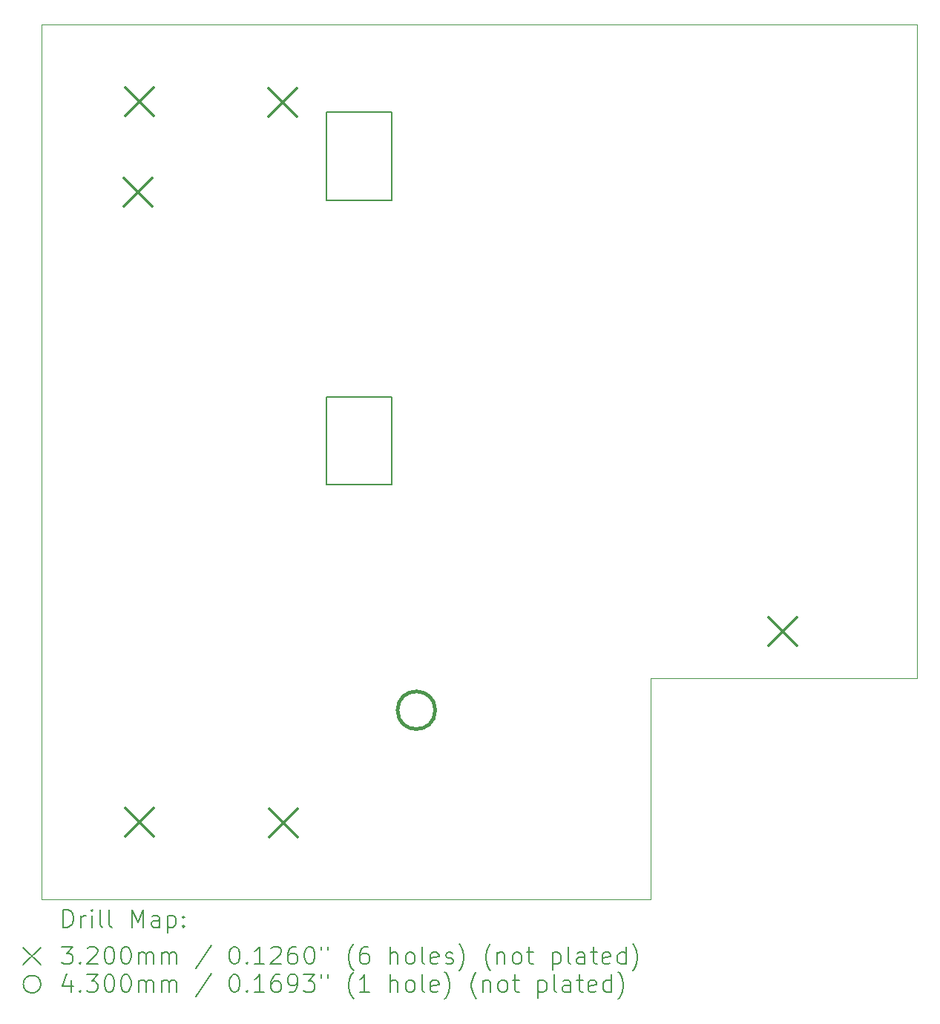
<source format=gbr>
%TF.GenerationSoftware,KiCad,Pcbnew,6.0.11-2627ca5db0~126~ubuntu22.04.1*%
%TF.CreationDate,2023-06-25T15:34:46+01:00*%
%TF.ProjectId,ui_daughterboard,75695f64-6175-4676-9874-6572626f6172,rev?*%
%TF.SameCoordinates,Original*%
%TF.FileFunction,Drillmap*%
%TF.FilePolarity,Positive*%
%FSLAX45Y45*%
G04 Gerber Fmt 4.5, Leading zero omitted, Abs format (unit mm)*
G04 Created by KiCad (PCBNEW 6.0.11-2627ca5db0~126~ubuntu22.04.1) date 2023-06-25 15:34:46*
%MOMM*%
%LPD*%
G01*
G04 APERTURE LIST*
%ADD10C,0.150000*%
%ADD11C,0.100000*%
%ADD12C,0.200000*%
%ADD13C,0.320000*%
%ADD14C,0.430000*%
G04 APERTURE END LIST*
D10*
X7795000Y-11274000D02*
X8545000Y-11274000D01*
X8545000Y-11274000D02*
X8545000Y-12274000D01*
X8545000Y-12274000D02*
X7795000Y-12274000D01*
X7795000Y-12274000D02*
X7795000Y-11274000D01*
X7795000Y-8024000D02*
X8545000Y-8024000D01*
X8545000Y-8024000D02*
X8545000Y-9024000D01*
X8545000Y-9024000D02*
X7795000Y-9024000D01*
X7795000Y-9024000D02*
X7795000Y-8024000D01*
D11*
X14538000Y-7022000D02*
X14537000Y-14478000D01*
X4541000Y-17006000D02*
X4543000Y-7021000D01*
X14537000Y-14478000D02*
X11496000Y-14478000D01*
X4543000Y-7021000D02*
X14538000Y-7022000D01*
X11497000Y-17006000D02*
X4541000Y-17006000D01*
X11496000Y-14478000D02*
X11497000Y-17006000D01*
D12*
D13*
X5486000Y-8775011D02*
X5806000Y-9095011D01*
X5806000Y-8775011D02*
X5486000Y-9095011D01*
X5499000Y-7745286D02*
X5819000Y-8065286D01*
X5819000Y-7745286D02*
X5499000Y-8065286D01*
X5501000Y-15964286D02*
X5821000Y-16284286D01*
X5821000Y-15964286D02*
X5501000Y-16284286D01*
X7139000Y-7751000D02*
X7459000Y-8071000D01*
X7459000Y-7751000D02*
X7139000Y-8071000D01*
X7143000Y-15970286D02*
X7463000Y-16290286D01*
X7463000Y-15970286D02*
X7143000Y-16290286D01*
X12846000Y-13785011D02*
X13166000Y-14105011D01*
X13166000Y-13785011D02*
X12846000Y-14105011D01*
D14*
X9037000Y-14846000D02*
G75*
G03*
X9037000Y-14846000I-215000J0D01*
G01*
D12*
X4793619Y-17321476D02*
X4793619Y-17121476D01*
X4841238Y-17121476D01*
X4869810Y-17131000D01*
X4888857Y-17150048D01*
X4898381Y-17169095D01*
X4907905Y-17207190D01*
X4907905Y-17235762D01*
X4898381Y-17273857D01*
X4888857Y-17292905D01*
X4869810Y-17311952D01*
X4841238Y-17321476D01*
X4793619Y-17321476D01*
X4993619Y-17321476D02*
X4993619Y-17188143D01*
X4993619Y-17226238D02*
X5003143Y-17207190D01*
X5012667Y-17197667D01*
X5031714Y-17188143D01*
X5050762Y-17188143D01*
X5117429Y-17321476D02*
X5117429Y-17188143D01*
X5117429Y-17121476D02*
X5107905Y-17131000D01*
X5117429Y-17140524D01*
X5126952Y-17131000D01*
X5117429Y-17121476D01*
X5117429Y-17140524D01*
X5241238Y-17321476D02*
X5222190Y-17311952D01*
X5212667Y-17292905D01*
X5212667Y-17121476D01*
X5346000Y-17321476D02*
X5326952Y-17311952D01*
X5317429Y-17292905D01*
X5317429Y-17121476D01*
X5574571Y-17321476D02*
X5574571Y-17121476D01*
X5641238Y-17264333D01*
X5707905Y-17121476D01*
X5707905Y-17321476D01*
X5888857Y-17321476D02*
X5888857Y-17216714D01*
X5879333Y-17197667D01*
X5860286Y-17188143D01*
X5822190Y-17188143D01*
X5803143Y-17197667D01*
X5888857Y-17311952D02*
X5869809Y-17321476D01*
X5822190Y-17321476D01*
X5803143Y-17311952D01*
X5793619Y-17292905D01*
X5793619Y-17273857D01*
X5803143Y-17254810D01*
X5822190Y-17245286D01*
X5869809Y-17245286D01*
X5888857Y-17235762D01*
X5984095Y-17188143D02*
X5984095Y-17388143D01*
X5984095Y-17197667D02*
X6003143Y-17188143D01*
X6041238Y-17188143D01*
X6060286Y-17197667D01*
X6069809Y-17207190D01*
X6079333Y-17226238D01*
X6079333Y-17283381D01*
X6069809Y-17302429D01*
X6060286Y-17311952D01*
X6041238Y-17321476D01*
X6003143Y-17321476D01*
X5984095Y-17311952D01*
X6165048Y-17302429D02*
X6174571Y-17311952D01*
X6165048Y-17321476D01*
X6155524Y-17311952D01*
X6165048Y-17302429D01*
X6165048Y-17321476D01*
X6165048Y-17197667D02*
X6174571Y-17207190D01*
X6165048Y-17216714D01*
X6155524Y-17207190D01*
X6165048Y-17197667D01*
X6165048Y-17216714D01*
X4336000Y-17551000D02*
X4536000Y-17751000D01*
X4536000Y-17551000D02*
X4336000Y-17751000D01*
X4774571Y-17541476D02*
X4898381Y-17541476D01*
X4831714Y-17617667D01*
X4860286Y-17617667D01*
X4879333Y-17627190D01*
X4888857Y-17636714D01*
X4898381Y-17655762D01*
X4898381Y-17703381D01*
X4888857Y-17722429D01*
X4879333Y-17731952D01*
X4860286Y-17741476D01*
X4803143Y-17741476D01*
X4784095Y-17731952D01*
X4774571Y-17722429D01*
X4984095Y-17722429D02*
X4993619Y-17731952D01*
X4984095Y-17741476D01*
X4974571Y-17731952D01*
X4984095Y-17722429D01*
X4984095Y-17741476D01*
X5069810Y-17560524D02*
X5079333Y-17551000D01*
X5098381Y-17541476D01*
X5146000Y-17541476D01*
X5165048Y-17551000D01*
X5174571Y-17560524D01*
X5184095Y-17579571D01*
X5184095Y-17598619D01*
X5174571Y-17627190D01*
X5060286Y-17741476D01*
X5184095Y-17741476D01*
X5307905Y-17541476D02*
X5326952Y-17541476D01*
X5346000Y-17551000D01*
X5355524Y-17560524D01*
X5365048Y-17579571D01*
X5374571Y-17617667D01*
X5374571Y-17665286D01*
X5365048Y-17703381D01*
X5355524Y-17722429D01*
X5346000Y-17731952D01*
X5326952Y-17741476D01*
X5307905Y-17741476D01*
X5288857Y-17731952D01*
X5279333Y-17722429D01*
X5269810Y-17703381D01*
X5260286Y-17665286D01*
X5260286Y-17617667D01*
X5269810Y-17579571D01*
X5279333Y-17560524D01*
X5288857Y-17551000D01*
X5307905Y-17541476D01*
X5498381Y-17541476D02*
X5517429Y-17541476D01*
X5536476Y-17551000D01*
X5546000Y-17560524D01*
X5555524Y-17579571D01*
X5565048Y-17617667D01*
X5565048Y-17665286D01*
X5555524Y-17703381D01*
X5546000Y-17722429D01*
X5536476Y-17731952D01*
X5517429Y-17741476D01*
X5498381Y-17741476D01*
X5479333Y-17731952D01*
X5469810Y-17722429D01*
X5460286Y-17703381D01*
X5450762Y-17665286D01*
X5450762Y-17617667D01*
X5460286Y-17579571D01*
X5469810Y-17560524D01*
X5479333Y-17551000D01*
X5498381Y-17541476D01*
X5650762Y-17741476D02*
X5650762Y-17608143D01*
X5650762Y-17627190D02*
X5660286Y-17617667D01*
X5679333Y-17608143D01*
X5707905Y-17608143D01*
X5726952Y-17617667D01*
X5736476Y-17636714D01*
X5736476Y-17741476D01*
X5736476Y-17636714D02*
X5746000Y-17617667D01*
X5765048Y-17608143D01*
X5793619Y-17608143D01*
X5812667Y-17617667D01*
X5822190Y-17636714D01*
X5822190Y-17741476D01*
X5917428Y-17741476D02*
X5917428Y-17608143D01*
X5917428Y-17627190D02*
X5926952Y-17617667D01*
X5946000Y-17608143D01*
X5974571Y-17608143D01*
X5993619Y-17617667D01*
X6003143Y-17636714D01*
X6003143Y-17741476D01*
X6003143Y-17636714D02*
X6012667Y-17617667D01*
X6031714Y-17608143D01*
X6060286Y-17608143D01*
X6079333Y-17617667D01*
X6088857Y-17636714D01*
X6088857Y-17741476D01*
X6479333Y-17531952D02*
X6307905Y-17789095D01*
X6736476Y-17541476D02*
X6755524Y-17541476D01*
X6774571Y-17551000D01*
X6784095Y-17560524D01*
X6793619Y-17579571D01*
X6803143Y-17617667D01*
X6803143Y-17665286D01*
X6793619Y-17703381D01*
X6784095Y-17722429D01*
X6774571Y-17731952D01*
X6755524Y-17741476D01*
X6736476Y-17741476D01*
X6717428Y-17731952D01*
X6707905Y-17722429D01*
X6698381Y-17703381D01*
X6688857Y-17665286D01*
X6688857Y-17617667D01*
X6698381Y-17579571D01*
X6707905Y-17560524D01*
X6717428Y-17551000D01*
X6736476Y-17541476D01*
X6888857Y-17722429D02*
X6898381Y-17731952D01*
X6888857Y-17741476D01*
X6879333Y-17731952D01*
X6888857Y-17722429D01*
X6888857Y-17741476D01*
X7088857Y-17741476D02*
X6974571Y-17741476D01*
X7031714Y-17741476D02*
X7031714Y-17541476D01*
X7012667Y-17570048D01*
X6993619Y-17589095D01*
X6974571Y-17598619D01*
X7165048Y-17560524D02*
X7174571Y-17551000D01*
X7193619Y-17541476D01*
X7241238Y-17541476D01*
X7260286Y-17551000D01*
X7269809Y-17560524D01*
X7279333Y-17579571D01*
X7279333Y-17598619D01*
X7269809Y-17627190D01*
X7155524Y-17741476D01*
X7279333Y-17741476D01*
X7450762Y-17541476D02*
X7412667Y-17541476D01*
X7393619Y-17551000D01*
X7384095Y-17560524D01*
X7365048Y-17589095D01*
X7355524Y-17627190D01*
X7355524Y-17703381D01*
X7365048Y-17722429D01*
X7374571Y-17731952D01*
X7393619Y-17741476D01*
X7431714Y-17741476D01*
X7450762Y-17731952D01*
X7460286Y-17722429D01*
X7469809Y-17703381D01*
X7469809Y-17655762D01*
X7460286Y-17636714D01*
X7450762Y-17627190D01*
X7431714Y-17617667D01*
X7393619Y-17617667D01*
X7374571Y-17627190D01*
X7365048Y-17636714D01*
X7355524Y-17655762D01*
X7593619Y-17541476D02*
X7612667Y-17541476D01*
X7631714Y-17551000D01*
X7641238Y-17560524D01*
X7650762Y-17579571D01*
X7660286Y-17617667D01*
X7660286Y-17665286D01*
X7650762Y-17703381D01*
X7641238Y-17722429D01*
X7631714Y-17731952D01*
X7612667Y-17741476D01*
X7593619Y-17741476D01*
X7574571Y-17731952D01*
X7565048Y-17722429D01*
X7555524Y-17703381D01*
X7546000Y-17665286D01*
X7546000Y-17617667D01*
X7555524Y-17579571D01*
X7565048Y-17560524D01*
X7574571Y-17551000D01*
X7593619Y-17541476D01*
X7736476Y-17541476D02*
X7736476Y-17579571D01*
X7812667Y-17541476D02*
X7812667Y-17579571D01*
X8107905Y-17817667D02*
X8098381Y-17808143D01*
X8079333Y-17779571D01*
X8069809Y-17760524D01*
X8060286Y-17731952D01*
X8050762Y-17684333D01*
X8050762Y-17646238D01*
X8060286Y-17598619D01*
X8069809Y-17570048D01*
X8079333Y-17551000D01*
X8098381Y-17522429D01*
X8107905Y-17512905D01*
X8269809Y-17541476D02*
X8231714Y-17541476D01*
X8212667Y-17551000D01*
X8203143Y-17560524D01*
X8184095Y-17589095D01*
X8174571Y-17627190D01*
X8174571Y-17703381D01*
X8184095Y-17722429D01*
X8193619Y-17731952D01*
X8212667Y-17741476D01*
X8250762Y-17741476D01*
X8269809Y-17731952D01*
X8279333Y-17722429D01*
X8288857Y-17703381D01*
X8288857Y-17655762D01*
X8279333Y-17636714D01*
X8269809Y-17627190D01*
X8250762Y-17617667D01*
X8212667Y-17617667D01*
X8193619Y-17627190D01*
X8184095Y-17636714D01*
X8174571Y-17655762D01*
X8526952Y-17741476D02*
X8526952Y-17541476D01*
X8612667Y-17741476D02*
X8612667Y-17636714D01*
X8603143Y-17617667D01*
X8584095Y-17608143D01*
X8555524Y-17608143D01*
X8536476Y-17617667D01*
X8526952Y-17627190D01*
X8736476Y-17741476D02*
X8717429Y-17731952D01*
X8707905Y-17722429D01*
X8698381Y-17703381D01*
X8698381Y-17646238D01*
X8707905Y-17627190D01*
X8717429Y-17617667D01*
X8736476Y-17608143D01*
X8765048Y-17608143D01*
X8784095Y-17617667D01*
X8793619Y-17627190D01*
X8803143Y-17646238D01*
X8803143Y-17703381D01*
X8793619Y-17722429D01*
X8784095Y-17731952D01*
X8765048Y-17741476D01*
X8736476Y-17741476D01*
X8917429Y-17741476D02*
X8898381Y-17731952D01*
X8888857Y-17712905D01*
X8888857Y-17541476D01*
X9069810Y-17731952D02*
X9050762Y-17741476D01*
X9012667Y-17741476D01*
X8993619Y-17731952D01*
X8984095Y-17712905D01*
X8984095Y-17636714D01*
X8993619Y-17617667D01*
X9012667Y-17608143D01*
X9050762Y-17608143D01*
X9069810Y-17617667D01*
X9079333Y-17636714D01*
X9079333Y-17655762D01*
X8984095Y-17674810D01*
X9155524Y-17731952D02*
X9174571Y-17741476D01*
X9212667Y-17741476D01*
X9231714Y-17731952D01*
X9241238Y-17712905D01*
X9241238Y-17703381D01*
X9231714Y-17684333D01*
X9212667Y-17674810D01*
X9184095Y-17674810D01*
X9165048Y-17665286D01*
X9155524Y-17646238D01*
X9155524Y-17636714D01*
X9165048Y-17617667D01*
X9184095Y-17608143D01*
X9212667Y-17608143D01*
X9231714Y-17617667D01*
X9307905Y-17817667D02*
X9317429Y-17808143D01*
X9336476Y-17779571D01*
X9346000Y-17760524D01*
X9355524Y-17731952D01*
X9365048Y-17684333D01*
X9365048Y-17646238D01*
X9355524Y-17598619D01*
X9346000Y-17570048D01*
X9336476Y-17551000D01*
X9317429Y-17522429D01*
X9307905Y-17512905D01*
X9669810Y-17817667D02*
X9660286Y-17808143D01*
X9641238Y-17779571D01*
X9631714Y-17760524D01*
X9622190Y-17731952D01*
X9612667Y-17684333D01*
X9612667Y-17646238D01*
X9622190Y-17598619D01*
X9631714Y-17570048D01*
X9641238Y-17551000D01*
X9660286Y-17522429D01*
X9669810Y-17512905D01*
X9746000Y-17608143D02*
X9746000Y-17741476D01*
X9746000Y-17627190D02*
X9755524Y-17617667D01*
X9774571Y-17608143D01*
X9803143Y-17608143D01*
X9822190Y-17617667D01*
X9831714Y-17636714D01*
X9831714Y-17741476D01*
X9955524Y-17741476D02*
X9936476Y-17731952D01*
X9926952Y-17722429D01*
X9917429Y-17703381D01*
X9917429Y-17646238D01*
X9926952Y-17627190D01*
X9936476Y-17617667D01*
X9955524Y-17608143D01*
X9984095Y-17608143D01*
X10003143Y-17617667D01*
X10012667Y-17627190D01*
X10022190Y-17646238D01*
X10022190Y-17703381D01*
X10012667Y-17722429D01*
X10003143Y-17731952D01*
X9984095Y-17741476D01*
X9955524Y-17741476D01*
X10079333Y-17608143D02*
X10155524Y-17608143D01*
X10107905Y-17541476D02*
X10107905Y-17712905D01*
X10117429Y-17731952D01*
X10136476Y-17741476D01*
X10155524Y-17741476D01*
X10374571Y-17608143D02*
X10374571Y-17808143D01*
X10374571Y-17617667D02*
X10393619Y-17608143D01*
X10431714Y-17608143D01*
X10450762Y-17617667D01*
X10460286Y-17627190D01*
X10469810Y-17646238D01*
X10469810Y-17703381D01*
X10460286Y-17722429D01*
X10450762Y-17731952D01*
X10431714Y-17741476D01*
X10393619Y-17741476D01*
X10374571Y-17731952D01*
X10584095Y-17741476D02*
X10565048Y-17731952D01*
X10555524Y-17712905D01*
X10555524Y-17541476D01*
X10746000Y-17741476D02*
X10746000Y-17636714D01*
X10736476Y-17617667D01*
X10717429Y-17608143D01*
X10679333Y-17608143D01*
X10660286Y-17617667D01*
X10746000Y-17731952D02*
X10726952Y-17741476D01*
X10679333Y-17741476D01*
X10660286Y-17731952D01*
X10650762Y-17712905D01*
X10650762Y-17693857D01*
X10660286Y-17674810D01*
X10679333Y-17665286D01*
X10726952Y-17665286D01*
X10746000Y-17655762D01*
X10812667Y-17608143D02*
X10888857Y-17608143D01*
X10841238Y-17541476D02*
X10841238Y-17712905D01*
X10850762Y-17731952D01*
X10869810Y-17741476D01*
X10888857Y-17741476D01*
X11031714Y-17731952D02*
X11012667Y-17741476D01*
X10974571Y-17741476D01*
X10955524Y-17731952D01*
X10946000Y-17712905D01*
X10946000Y-17636714D01*
X10955524Y-17617667D01*
X10974571Y-17608143D01*
X11012667Y-17608143D01*
X11031714Y-17617667D01*
X11041238Y-17636714D01*
X11041238Y-17655762D01*
X10946000Y-17674810D01*
X11212667Y-17741476D02*
X11212667Y-17541476D01*
X11212667Y-17731952D02*
X11193619Y-17741476D01*
X11155524Y-17741476D01*
X11136476Y-17731952D01*
X11126952Y-17722429D01*
X11117429Y-17703381D01*
X11117429Y-17646238D01*
X11126952Y-17627190D01*
X11136476Y-17617667D01*
X11155524Y-17608143D01*
X11193619Y-17608143D01*
X11212667Y-17617667D01*
X11288857Y-17817667D02*
X11298381Y-17808143D01*
X11317428Y-17779571D01*
X11326952Y-17760524D01*
X11336476Y-17731952D01*
X11346000Y-17684333D01*
X11346000Y-17646238D01*
X11336476Y-17598619D01*
X11326952Y-17570048D01*
X11317428Y-17551000D01*
X11298381Y-17522429D01*
X11288857Y-17512905D01*
X4536000Y-17971000D02*
G75*
G03*
X4536000Y-17971000I-100000J0D01*
G01*
X4879333Y-17928143D02*
X4879333Y-18061476D01*
X4831714Y-17851952D02*
X4784095Y-17994810D01*
X4907905Y-17994810D01*
X4984095Y-18042429D02*
X4993619Y-18051952D01*
X4984095Y-18061476D01*
X4974571Y-18051952D01*
X4984095Y-18042429D01*
X4984095Y-18061476D01*
X5060286Y-17861476D02*
X5184095Y-17861476D01*
X5117429Y-17937667D01*
X5146000Y-17937667D01*
X5165048Y-17947190D01*
X5174571Y-17956714D01*
X5184095Y-17975762D01*
X5184095Y-18023381D01*
X5174571Y-18042429D01*
X5165048Y-18051952D01*
X5146000Y-18061476D01*
X5088857Y-18061476D01*
X5069810Y-18051952D01*
X5060286Y-18042429D01*
X5307905Y-17861476D02*
X5326952Y-17861476D01*
X5346000Y-17871000D01*
X5355524Y-17880524D01*
X5365048Y-17899571D01*
X5374571Y-17937667D01*
X5374571Y-17985286D01*
X5365048Y-18023381D01*
X5355524Y-18042429D01*
X5346000Y-18051952D01*
X5326952Y-18061476D01*
X5307905Y-18061476D01*
X5288857Y-18051952D01*
X5279333Y-18042429D01*
X5269810Y-18023381D01*
X5260286Y-17985286D01*
X5260286Y-17937667D01*
X5269810Y-17899571D01*
X5279333Y-17880524D01*
X5288857Y-17871000D01*
X5307905Y-17861476D01*
X5498381Y-17861476D02*
X5517429Y-17861476D01*
X5536476Y-17871000D01*
X5546000Y-17880524D01*
X5555524Y-17899571D01*
X5565048Y-17937667D01*
X5565048Y-17985286D01*
X5555524Y-18023381D01*
X5546000Y-18042429D01*
X5536476Y-18051952D01*
X5517429Y-18061476D01*
X5498381Y-18061476D01*
X5479333Y-18051952D01*
X5469810Y-18042429D01*
X5460286Y-18023381D01*
X5450762Y-17985286D01*
X5450762Y-17937667D01*
X5460286Y-17899571D01*
X5469810Y-17880524D01*
X5479333Y-17871000D01*
X5498381Y-17861476D01*
X5650762Y-18061476D02*
X5650762Y-17928143D01*
X5650762Y-17947190D02*
X5660286Y-17937667D01*
X5679333Y-17928143D01*
X5707905Y-17928143D01*
X5726952Y-17937667D01*
X5736476Y-17956714D01*
X5736476Y-18061476D01*
X5736476Y-17956714D02*
X5746000Y-17937667D01*
X5765048Y-17928143D01*
X5793619Y-17928143D01*
X5812667Y-17937667D01*
X5822190Y-17956714D01*
X5822190Y-18061476D01*
X5917428Y-18061476D02*
X5917428Y-17928143D01*
X5917428Y-17947190D02*
X5926952Y-17937667D01*
X5946000Y-17928143D01*
X5974571Y-17928143D01*
X5993619Y-17937667D01*
X6003143Y-17956714D01*
X6003143Y-18061476D01*
X6003143Y-17956714D02*
X6012667Y-17937667D01*
X6031714Y-17928143D01*
X6060286Y-17928143D01*
X6079333Y-17937667D01*
X6088857Y-17956714D01*
X6088857Y-18061476D01*
X6479333Y-17851952D02*
X6307905Y-18109095D01*
X6736476Y-17861476D02*
X6755524Y-17861476D01*
X6774571Y-17871000D01*
X6784095Y-17880524D01*
X6793619Y-17899571D01*
X6803143Y-17937667D01*
X6803143Y-17985286D01*
X6793619Y-18023381D01*
X6784095Y-18042429D01*
X6774571Y-18051952D01*
X6755524Y-18061476D01*
X6736476Y-18061476D01*
X6717428Y-18051952D01*
X6707905Y-18042429D01*
X6698381Y-18023381D01*
X6688857Y-17985286D01*
X6688857Y-17937667D01*
X6698381Y-17899571D01*
X6707905Y-17880524D01*
X6717428Y-17871000D01*
X6736476Y-17861476D01*
X6888857Y-18042429D02*
X6898381Y-18051952D01*
X6888857Y-18061476D01*
X6879333Y-18051952D01*
X6888857Y-18042429D01*
X6888857Y-18061476D01*
X7088857Y-18061476D02*
X6974571Y-18061476D01*
X7031714Y-18061476D02*
X7031714Y-17861476D01*
X7012667Y-17890048D01*
X6993619Y-17909095D01*
X6974571Y-17918619D01*
X7260286Y-17861476D02*
X7222190Y-17861476D01*
X7203143Y-17871000D01*
X7193619Y-17880524D01*
X7174571Y-17909095D01*
X7165048Y-17947190D01*
X7165048Y-18023381D01*
X7174571Y-18042429D01*
X7184095Y-18051952D01*
X7203143Y-18061476D01*
X7241238Y-18061476D01*
X7260286Y-18051952D01*
X7269809Y-18042429D01*
X7279333Y-18023381D01*
X7279333Y-17975762D01*
X7269809Y-17956714D01*
X7260286Y-17947190D01*
X7241238Y-17937667D01*
X7203143Y-17937667D01*
X7184095Y-17947190D01*
X7174571Y-17956714D01*
X7165048Y-17975762D01*
X7374571Y-18061476D02*
X7412667Y-18061476D01*
X7431714Y-18051952D01*
X7441238Y-18042429D01*
X7460286Y-18013857D01*
X7469809Y-17975762D01*
X7469809Y-17899571D01*
X7460286Y-17880524D01*
X7450762Y-17871000D01*
X7431714Y-17861476D01*
X7393619Y-17861476D01*
X7374571Y-17871000D01*
X7365048Y-17880524D01*
X7355524Y-17899571D01*
X7355524Y-17947190D01*
X7365048Y-17966238D01*
X7374571Y-17975762D01*
X7393619Y-17985286D01*
X7431714Y-17985286D01*
X7450762Y-17975762D01*
X7460286Y-17966238D01*
X7469809Y-17947190D01*
X7536476Y-17861476D02*
X7660286Y-17861476D01*
X7593619Y-17937667D01*
X7622190Y-17937667D01*
X7641238Y-17947190D01*
X7650762Y-17956714D01*
X7660286Y-17975762D01*
X7660286Y-18023381D01*
X7650762Y-18042429D01*
X7641238Y-18051952D01*
X7622190Y-18061476D01*
X7565048Y-18061476D01*
X7546000Y-18051952D01*
X7536476Y-18042429D01*
X7736476Y-17861476D02*
X7736476Y-17899571D01*
X7812667Y-17861476D02*
X7812667Y-17899571D01*
X8107905Y-18137667D02*
X8098381Y-18128143D01*
X8079333Y-18099571D01*
X8069809Y-18080524D01*
X8060286Y-18051952D01*
X8050762Y-18004333D01*
X8050762Y-17966238D01*
X8060286Y-17918619D01*
X8069809Y-17890048D01*
X8079333Y-17871000D01*
X8098381Y-17842429D01*
X8107905Y-17832905D01*
X8288857Y-18061476D02*
X8174571Y-18061476D01*
X8231714Y-18061476D02*
X8231714Y-17861476D01*
X8212667Y-17890048D01*
X8193619Y-17909095D01*
X8174571Y-17918619D01*
X8526952Y-18061476D02*
X8526952Y-17861476D01*
X8612667Y-18061476D02*
X8612667Y-17956714D01*
X8603143Y-17937667D01*
X8584095Y-17928143D01*
X8555524Y-17928143D01*
X8536476Y-17937667D01*
X8526952Y-17947190D01*
X8736476Y-18061476D02*
X8717429Y-18051952D01*
X8707905Y-18042429D01*
X8698381Y-18023381D01*
X8698381Y-17966238D01*
X8707905Y-17947190D01*
X8717429Y-17937667D01*
X8736476Y-17928143D01*
X8765048Y-17928143D01*
X8784095Y-17937667D01*
X8793619Y-17947190D01*
X8803143Y-17966238D01*
X8803143Y-18023381D01*
X8793619Y-18042429D01*
X8784095Y-18051952D01*
X8765048Y-18061476D01*
X8736476Y-18061476D01*
X8917429Y-18061476D02*
X8898381Y-18051952D01*
X8888857Y-18032905D01*
X8888857Y-17861476D01*
X9069810Y-18051952D02*
X9050762Y-18061476D01*
X9012667Y-18061476D01*
X8993619Y-18051952D01*
X8984095Y-18032905D01*
X8984095Y-17956714D01*
X8993619Y-17937667D01*
X9012667Y-17928143D01*
X9050762Y-17928143D01*
X9069810Y-17937667D01*
X9079333Y-17956714D01*
X9079333Y-17975762D01*
X8984095Y-17994810D01*
X9146000Y-18137667D02*
X9155524Y-18128143D01*
X9174571Y-18099571D01*
X9184095Y-18080524D01*
X9193619Y-18051952D01*
X9203143Y-18004333D01*
X9203143Y-17966238D01*
X9193619Y-17918619D01*
X9184095Y-17890048D01*
X9174571Y-17871000D01*
X9155524Y-17842429D01*
X9146000Y-17832905D01*
X9507905Y-18137667D02*
X9498381Y-18128143D01*
X9479333Y-18099571D01*
X9469810Y-18080524D01*
X9460286Y-18051952D01*
X9450762Y-18004333D01*
X9450762Y-17966238D01*
X9460286Y-17918619D01*
X9469810Y-17890048D01*
X9479333Y-17871000D01*
X9498381Y-17842429D01*
X9507905Y-17832905D01*
X9584095Y-17928143D02*
X9584095Y-18061476D01*
X9584095Y-17947190D02*
X9593619Y-17937667D01*
X9612667Y-17928143D01*
X9641238Y-17928143D01*
X9660286Y-17937667D01*
X9669810Y-17956714D01*
X9669810Y-18061476D01*
X9793619Y-18061476D02*
X9774571Y-18051952D01*
X9765048Y-18042429D01*
X9755524Y-18023381D01*
X9755524Y-17966238D01*
X9765048Y-17947190D01*
X9774571Y-17937667D01*
X9793619Y-17928143D01*
X9822190Y-17928143D01*
X9841238Y-17937667D01*
X9850762Y-17947190D01*
X9860286Y-17966238D01*
X9860286Y-18023381D01*
X9850762Y-18042429D01*
X9841238Y-18051952D01*
X9822190Y-18061476D01*
X9793619Y-18061476D01*
X9917429Y-17928143D02*
X9993619Y-17928143D01*
X9946000Y-17861476D02*
X9946000Y-18032905D01*
X9955524Y-18051952D01*
X9974571Y-18061476D01*
X9993619Y-18061476D01*
X10212667Y-17928143D02*
X10212667Y-18128143D01*
X10212667Y-17937667D02*
X10231714Y-17928143D01*
X10269810Y-17928143D01*
X10288857Y-17937667D01*
X10298381Y-17947190D01*
X10307905Y-17966238D01*
X10307905Y-18023381D01*
X10298381Y-18042429D01*
X10288857Y-18051952D01*
X10269810Y-18061476D01*
X10231714Y-18061476D01*
X10212667Y-18051952D01*
X10422190Y-18061476D02*
X10403143Y-18051952D01*
X10393619Y-18032905D01*
X10393619Y-17861476D01*
X10584095Y-18061476D02*
X10584095Y-17956714D01*
X10574571Y-17937667D01*
X10555524Y-17928143D01*
X10517429Y-17928143D01*
X10498381Y-17937667D01*
X10584095Y-18051952D02*
X10565048Y-18061476D01*
X10517429Y-18061476D01*
X10498381Y-18051952D01*
X10488857Y-18032905D01*
X10488857Y-18013857D01*
X10498381Y-17994810D01*
X10517429Y-17985286D01*
X10565048Y-17985286D01*
X10584095Y-17975762D01*
X10650762Y-17928143D02*
X10726952Y-17928143D01*
X10679333Y-17861476D02*
X10679333Y-18032905D01*
X10688857Y-18051952D01*
X10707905Y-18061476D01*
X10726952Y-18061476D01*
X10869810Y-18051952D02*
X10850762Y-18061476D01*
X10812667Y-18061476D01*
X10793619Y-18051952D01*
X10784095Y-18032905D01*
X10784095Y-17956714D01*
X10793619Y-17937667D01*
X10812667Y-17928143D01*
X10850762Y-17928143D01*
X10869810Y-17937667D01*
X10879333Y-17956714D01*
X10879333Y-17975762D01*
X10784095Y-17994810D01*
X11050762Y-18061476D02*
X11050762Y-17861476D01*
X11050762Y-18051952D02*
X11031714Y-18061476D01*
X10993619Y-18061476D01*
X10974571Y-18051952D01*
X10965048Y-18042429D01*
X10955524Y-18023381D01*
X10955524Y-17966238D01*
X10965048Y-17947190D01*
X10974571Y-17937667D01*
X10993619Y-17928143D01*
X11031714Y-17928143D01*
X11050762Y-17937667D01*
X11126952Y-18137667D02*
X11136476Y-18128143D01*
X11155524Y-18099571D01*
X11165048Y-18080524D01*
X11174571Y-18051952D01*
X11184095Y-18004333D01*
X11184095Y-17966238D01*
X11174571Y-17918619D01*
X11165048Y-17890048D01*
X11155524Y-17871000D01*
X11136476Y-17842429D01*
X11126952Y-17832905D01*
M02*

</source>
